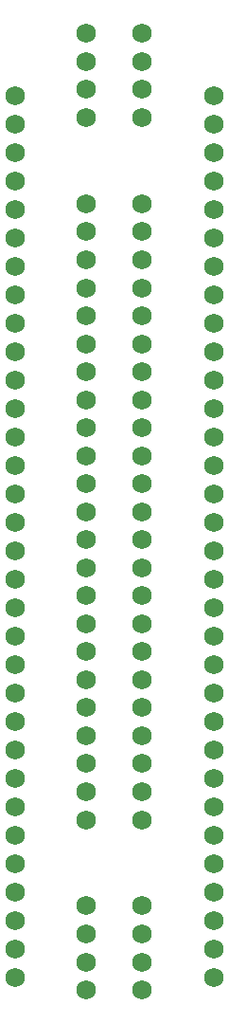
<source format=gts>
%TF.GenerationSoftware,KiCad,Pcbnew,7.0.8*%
%TF.CreationDate,2024-03-17T19:54:23-04:00*%
%TF.ProjectId,snes-umd,736e6573-2d75-46d6-942e-6b696361645f,0.1*%
%TF.SameCoordinates,Original*%
%TF.FileFunction,Soldermask,Top*%
%TF.FilePolarity,Negative*%
%FSLAX46Y46*%
G04 Gerber Fmt 4.6, Leading zero omitted, Abs format (unit mm)*
G04 Created by KiCad (PCBNEW 7.0.8) date 2024-03-17 19:54:23*
%MOMM*%
%LPD*%
G01*
G04 APERTURE LIST*
%ADD10C,1.727200*%
G04 APERTURE END LIST*
D10*
%TO.C,CON102*%
X142240000Y-60452000D03*
X142240000Y-62952000D03*
X142240000Y-65452000D03*
X142240000Y-67952000D03*
X142240000Y-75652000D03*
X142240000Y-78152000D03*
X142240000Y-80652000D03*
X142240000Y-83152000D03*
X142240000Y-85652000D03*
X142240000Y-88152000D03*
X142240000Y-90652000D03*
X142240000Y-93152000D03*
X142240000Y-95652000D03*
X142240000Y-98152000D03*
X142240000Y-100652000D03*
X142240000Y-103152000D03*
X142240000Y-105652000D03*
X142240000Y-108152000D03*
X142240000Y-110652000D03*
X142240000Y-113152000D03*
X142240000Y-115652000D03*
X142240000Y-118152000D03*
X142240000Y-120652000D03*
X142240000Y-123152000D03*
X142240000Y-125652000D03*
X142240000Y-128152000D03*
X142240000Y-130652000D03*
X142240000Y-138352000D03*
X142240000Y-140852000D03*
X142240000Y-143352000D03*
X142240000Y-145852000D03*
X147240000Y-60452000D03*
X147240000Y-62952000D03*
X147240000Y-65452000D03*
X147240000Y-67952000D03*
X147240000Y-75652000D03*
X147240000Y-78152000D03*
X147240000Y-80652000D03*
X147240000Y-83152000D03*
X147240000Y-85652000D03*
X147240000Y-88152000D03*
X147240000Y-90652000D03*
X147240000Y-93152000D03*
X147240000Y-95652000D03*
X147240000Y-98152000D03*
X147240000Y-100652000D03*
X147240000Y-103152000D03*
X147240000Y-105652000D03*
X147240000Y-108152000D03*
X147240000Y-110652000D03*
X147240000Y-113152000D03*
X147240000Y-115652000D03*
X147240000Y-118152000D03*
X147240000Y-120652000D03*
X147240000Y-123152000D03*
X147240000Y-125652000D03*
X147240000Y-128152000D03*
X147240000Y-130652000D03*
X147240000Y-138352000D03*
X147240000Y-140852000D03*
X147240000Y-143352000D03*
X147240000Y-145852000D03*
%TD*%
%TO.C,CON101*%
X135890000Y-66040000D03*
X135890000Y-68580000D03*
X135890000Y-71120000D03*
X135890000Y-73660000D03*
X135890000Y-76200000D03*
X135890000Y-78740000D03*
X135890000Y-81280000D03*
X135890000Y-83820000D03*
X135890000Y-86360000D03*
X135890000Y-88900000D03*
X135890000Y-91440000D03*
X135890000Y-93980000D03*
X135890000Y-96520000D03*
X135890000Y-99060000D03*
X135890000Y-101600000D03*
X135890000Y-104140000D03*
X135890000Y-106680000D03*
X135890000Y-109220000D03*
X135890000Y-111760000D03*
X135890000Y-114300000D03*
X135890000Y-116840000D03*
X135890000Y-119380000D03*
X135890000Y-121920000D03*
X135890000Y-124460000D03*
X135890000Y-127000000D03*
X135890000Y-129540000D03*
X135890000Y-132080000D03*
X135890000Y-134620000D03*
X135890000Y-137160000D03*
X135890000Y-139700000D03*
X135890000Y-142240000D03*
X135890000Y-144780000D03*
X153670000Y-144780000D03*
X153670000Y-142240000D03*
X153670000Y-139700000D03*
X153670000Y-137160000D03*
X153670000Y-134620000D03*
X153670000Y-132080000D03*
X153670000Y-129540000D03*
X153670000Y-127000000D03*
X153670000Y-124460000D03*
X153670000Y-121920000D03*
X153670000Y-119380000D03*
X153670000Y-116840000D03*
X153670000Y-114300000D03*
X153670000Y-111760000D03*
X153670000Y-109220000D03*
X153670000Y-106680000D03*
X153670000Y-104140000D03*
X153670000Y-101600000D03*
X153670000Y-99060000D03*
X153670000Y-96520000D03*
X153670000Y-93980000D03*
X153670000Y-91440000D03*
X153670000Y-88900000D03*
X153670000Y-86360000D03*
X153670000Y-83820000D03*
X153670000Y-81280000D03*
X153670000Y-78740000D03*
X153670000Y-76200000D03*
X153670000Y-73660000D03*
X153670000Y-71120000D03*
X153670000Y-68580000D03*
X153670000Y-66040000D03*
%TD*%
M02*

</source>
